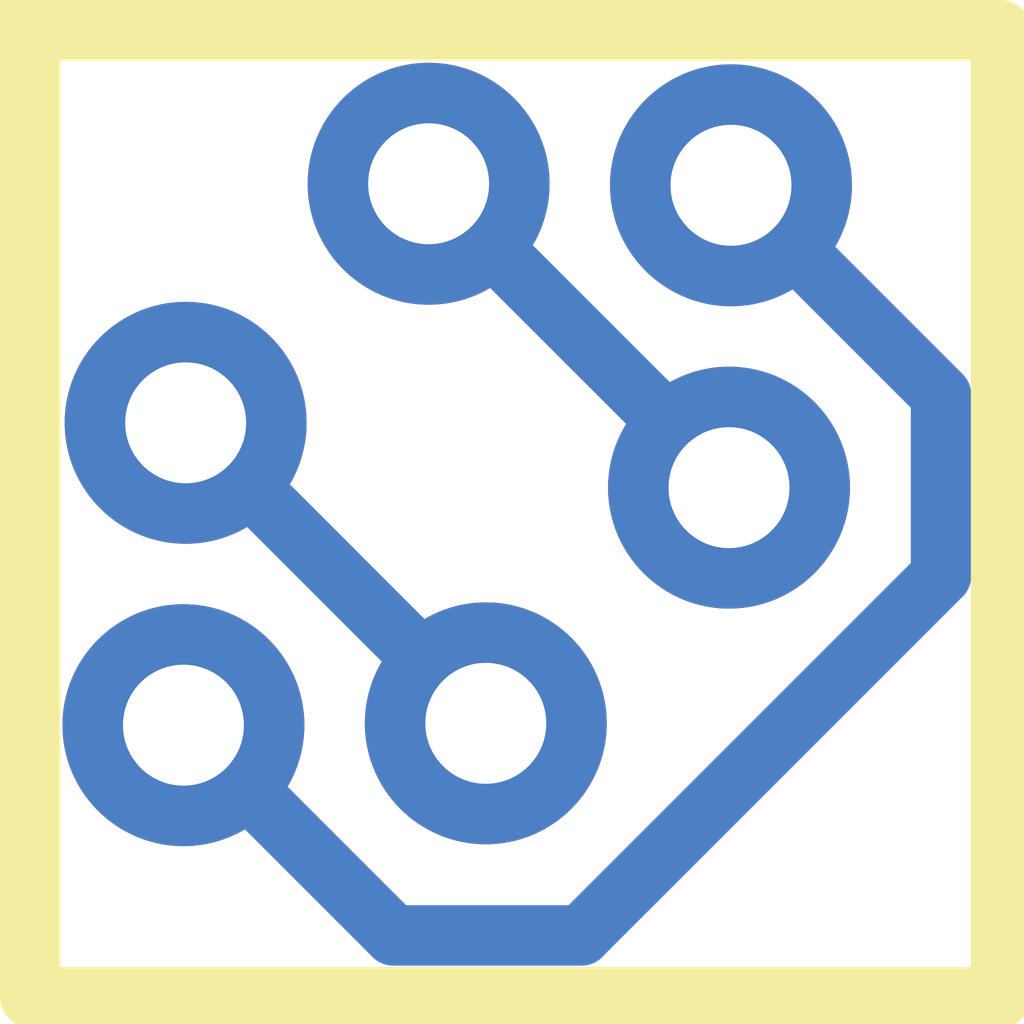
<source format=kicad_pcb>
(kicad_pcb
	(version 20241229)
	(generator "pcbnew")
	(generator_version "9.0")
	(general
		(thickness 1.6)
		(legacy_teardrops no)
	)
	(paper "A4")
	(layers
		(0 "F.Cu" signal)
		(2 "B.Cu" signal)
		(9 "F.Adhes" user "F.Adhesive")
		(11 "B.Adhes" user "B.Adhesive")
		(13 "F.Paste" user)
		(15 "B.Paste" user)
		(5 "F.SilkS" user "F.Silkscreen")
		(7 "B.SilkS" user "B.Silkscreen")
		(1 "F.Mask" user)
		(3 "B.Mask" user)
		(17 "Dwgs.User" user "User.Drawings")
		(19 "Cmts.User" user "User.Comments")
		(21 "Eco1.User" user "User.Eco1")
		(23 "Eco2.User" user "User.Eco2")
		(25 "Edge.Cuts" user)
		(27 "Margin" user)
		(31 "F.CrtYd" user "F.Courtyard")
		(29 "B.CrtYd" user "B.Courtyard")
		(35 "F.Fab" user)
		(33 "B.Fab" user)
		(39 "User.1" user)
		(41 "User.2" user)
		(43 "User.3" user)
		(45 "User.4" user)
	)
	(setup
		(pad_to_mask_clearance 0)
		(allow_soldermask_bridges_in_footprints no)
		(tenting front back)
		(pcbplotparams
			(layerselection 0x00000000_00000000_55555555_5755f5ff)
			(plot_on_all_layers_selection 0x00000000_00000000_00000000_00000000)
			(disableapertmacros no)
			(usegerberextensions no)
			(usegerberattributes yes)
			(usegerberadvancedattributes yes)
			(creategerberjobfile yes)
			(dashed_line_dash_ratio 12.000000)
			(dashed_line_gap_ratio 3.000000)
			(svgprecision 4)
			(plotframeref no)
			(mode 1)
			(useauxorigin no)
			(hpglpennumber 1)
			(hpglpenspeed 20)
			(hpglpendiameter 15.000000)
			(pdf_front_fp_property_popups yes)
			(pdf_back_fp_property_popups yes)
			(pdf_metadata yes)
			(pdf_single_document no)
			(dxfpolygonmode yes)
			(dxfimperialunits yes)
			(dxfusepcbnewfont yes)
			(psnegative no)
			(psa4output no)
			(plot_black_and_white yes)
			(sketchpadsonfab no)
			(plotpadnumbers no)
			(hidednponfab no)
			(sketchdnponfab yes)
			(crossoutdnponfab yes)
			(subtractmaskfromsilk no)
			(outputformat 1)
			(mirror no)
			(drillshape 1)
			(scaleselection 1)
			(outputdirectory "")
		)
	)
	(net 0 "")
	(net 1 "net1")
	(net 2 "net2")
	(net 3 "net3")
	(gr_rect
		(start -1.208638 -1.190738)
		(end 1.199539 1.208373)
		(stroke
			(width 0.15)
			(type solid)
		)
		(fill no)
		(layer "F.SilkS")
		(uuid "f776c167-d5a2-407e-b9f5-3adbcc8a7a22")
	)
	(via
		(at -0.82315 -0.216898)
		(size 0.6)
		(drill 0.3)
		(layers "F.Cu" "B.Cu")
		(free yes)
		(net 1)
		(uuid "1b0111be-ce08-409a-80b7-5006cb5e2c5b")
	)
	(via
		(at -0.078632 0.528441)
		(size 0.6)
		(drill 0.3)
		(layers "F.Cu" "B.Cu")
		(free yes)
		(net 1)
		(uuid "2f36dd01-8bf4-49dc-b86b-22c27e4cb7bf")
	)
	(segment
		(start -0.078632 0.528441)
		(end -0.078632 0.52762)
		(width 0.15)
		(layer "B.Cu")
		(net 1)
		(uuid "ed09e13d-3563-4b30-85bf-907b2b5719d0")
	)
	(segment
		(start -0.078632 0.52762)
		(end -0.82315 -0.216898)
		(width 0.15)
		(layer "B.Cu")
		(net 1)
		(uuid "fa526b1f-ccc1-4365-bd9d-0c04e883b964")
	)
	(via
		(at 0.529579 -0.806171)
		(size 0.6)
		(drill 0.3)
		(layers "F.Cu" "B.Cu")
		(free yes)
		(net 2)
		(uuid "51af4ca3-53f4-4a03-914b-6dba63eb8c4a")
	)
	(via
		(at -0.82862 0.533085)
		(size 0.6)
		(drill 0.3)
		(layers "F.Cu" "B.Cu")
		(free yes)
		(net 2)
		(uuid "b602bfde-3ed8-4f47-9fa7-5baa7a8a9ec4")
	)
	(segment
		(start 0.157885 1.054441)
		(end 1.050634 0.161692)
		(width 0.15)
		(layer "B.Cu")
		(net 2)
		(uuid "248c0091-4059-4773-9622-6ac4cfc9bd77")
	)
	(segment
		(start -0.307264 1.054441)
		(end 0.157885 1.054441)
		(width 0.15)
		(layer "B.Cu")
		(net 2)
		(uuid "cb212f05-24a9-4d60-8c1e-a7612425ad75")
	)
	(segment
		(start 1.050634 0.161692)
		(end 1.050634 -0.285116)
		(width 0.15)
		(layer "B.Cu")
		(net 2)
		(uuid "cc6185d5-f197-4d61-9918-a2210ba4176a")
	)
	(segment
		(start 1.050634 -0.285116)
		(end 0.529579 -0.806171)
		(width 0.15)
		(layer "B.Cu")
		(net 2)
		(uuid "cf868d0f-ca1f-40bf-baa5-798cfaa85e0c")
	)
	(segment
		(start -0.82862 0.533085)
		(end -0.307264 1.054441)
		(width 0.15)
		(layer "B.Cu")
		(net 2)
		(uuid "edf787cd-2f0f-4ded-a0a4-dbd56bb8b3f3")
	)
	(via
		(at -0.220415 -0.809972)
		(size 0.6)
		(drill 0.3)
		(layers "F.Cu" "B.Cu")
		(free yes)
		(net 3)
		(uuid "095a83cb-28a7-472c-95fe-bfb08db097f5")
	)
	(via
		(at 0.524634 -0.056185)
		(size 0.6)
		(drill 0.3)
		(layers "F.Cu" "B.Cu")
		(free yes)
		(net 3)
		(uuid "e8d75a9d-5b0e-4158-8d39-01b264e49299")
	)
	(segment
		(start 0.524634 -0.064923)
		(end -0.220415 -0.809972)
		(width 0.15)
		(layer "B.Cu")
		(net 3)
		(uuid "bee052cd-ac80-4b37-b80c-b1145c5a1dc5")
	)
	(segment
		(start 0.524634 -0.056185)
		(end 0.524634 -0.064923)
		(width 0.15)
		(layer "B.Cu")
		(net 3)
		(uuid "e02993da-b53b-40be-bc54-82b7cb505bcb")
	)
	(embedded_fonts no)
)

</source>
